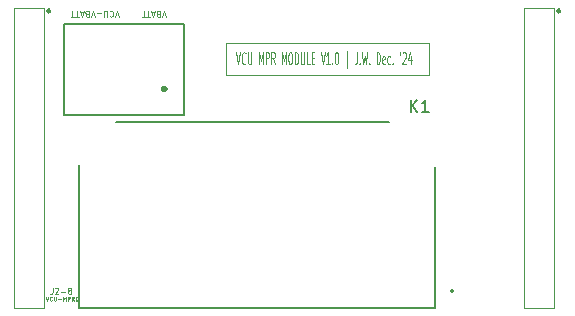
<source format=gbr>
%TF.GenerationSoftware,KiCad,Pcbnew,8.0.7*%
%TF.CreationDate,2025-01-14T16:42:56-05:00*%
%TF.ProjectId,VCU MPR,56435520-4d50-4522-9e6b-696361645f70,rev?*%
%TF.SameCoordinates,Original*%
%TF.FileFunction,Legend,Top*%
%TF.FilePolarity,Positive*%
%FSLAX46Y46*%
G04 Gerber Fmt 4.6, Leading zero omitted, Abs format (unit mm)*
G04 Created by KiCad (PCBNEW 8.0.7) date 2025-01-14 16:42:56*
%MOMM*%
%LPD*%
G01*
G04 APERTURE LIST*
%ADD10C,0.100000*%
%ADD11C,0.062500*%
%ADD12C,0.150000*%
%ADD13C,0.076200*%
%ADD14C,0.254000*%
%ADD15C,0.127000*%
%ADD16C,0.200000*%
%ADD17C,0.400000*%
G04 APERTURE END LIST*
D10*
X87771114Y-50266390D02*
X87604448Y-49766390D01*
X87604448Y-49766390D02*
X87437781Y-50266390D01*
X87104448Y-50028295D02*
X87033020Y-50004485D01*
X87033020Y-50004485D02*
X87009210Y-49980676D01*
X87009210Y-49980676D02*
X86985401Y-49933057D01*
X86985401Y-49933057D02*
X86985401Y-49861628D01*
X86985401Y-49861628D02*
X87009210Y-49814009D01*
X87009210Y-49814009D02*
X87033020Y-49790200D01*
X87033020Y-49790200D02*
X87080639Y-49766390D01*
X87080639Y-49766390D02*
X87271115Y-49766390D01*
X87271115Y-49766390D02*
X87271115Y-50266390D01*
X87271115Y-50266390D02*
X87104448Y-50266390D01*
X87104448Y-50266390D02*
X87056829Y-50242580D01*
X87056829Y-50242580D02*
X87033020Y-50218771D01*
X87033020Y-50218771D02*
X87009210Y-50171152D01*
X87009210Y-50171152D02*
X87009210Y-50123533D01*
X87009210Y-50123533D02*
X87033020Y-50075914D01*
X87033020Y-50075914D02*
X87056829Y-50052104D01*
X87056829Y-50052104D02*
X87104448Y-50028295D01*
X87104448Y-50028295D02*
X87271115Y-50028295D01*
X86794924Y-49909247D02*
X86556829Y-49909247D01*
X86842543Y-49766390D02*
X86675877Y-50266390D01*
X86675877Y-50266390D02*
X86509210Y-49766390D01*
X86413972Y-50266390D02*
X86128258Y-50266390D01*
X86271115Y-49766390D02*
X86271115Y-50266390D01*
X86033020Y-50266390D02*
X85747306Y-50266390D01*
X85890163Y-49766390D02*
X85890163Y-50266390D01*
X83806829Y-50266390D02*
X83640163Y-49766390D01*
X83640163Y-49766390D02*
X83473496Y-50266390D01*
X83021116Y-49814009D02*
X83044925Y-49790200D01*
X83044925Y-49790200D02*
X83116354Y-49766390D01*
X83116354Y-49766390D02*
X83163973Y-49766390D01*
X83163973Y-49766390D02*
X83235401Y-49790200D01*
X83235401Y-49790200D02*
X83283020Y-49837819D01*
X83283020Y-49837819D02*
X83306830Y-49885438D01*
X83306830Y-49885438D02*
X83330639Y-49980676D01*
X83330639Y-49980676D02*
X83330639Y-50052104D01*
X83330639Y-50052104D02*
X83306830Y-50147342D01*
X83306830Y-50147342D02*
X83283020Y-50194961D01*
X83283020Y-50194961D02*
X83235401Y-50242580D01*
X83235401Y-50242580D02*
X83163973Y-50266390D01*
X83163973Y-50266390D02*
X83116354Y-50266390D01*
X83116354Y-50266390D02*
X83044925Y-50242580D01*
X83044925Y-50242580D02*
X83021116Y-50218771D01*
X82806830Y-50266390D02*
X82806830Y-49861628D01*
X82806830Y-49861628D02*
X82783020Y-49814009D01*
X82783020Y-49814009D02*
X82759211Y-49790200D01*
X82759211Y-49790200D02*
X82711592Y-49766390D01*
X82711592Y-49766390D02*
X82616354Y-49766390D01*
X82616354Y-49766390D02*
X82568735Y-49790200D01*
X82568735Y-49790200D02*
X82544925Y-49814009D01*
X82544925Y-49814009D02*
X82521116Y-49861628D01*
X82521116Y-49861628D02*
X82521116Y-50266390D01*
X82283020Y-49956866D02*
X81902068Y-49956866D01*
X81735400Y-50266390D02*
X81568734Y-49766390D01*
X81568734Y-49766390D02*
X81402067Y-50266390D01*
X81068734Y-50028295D02*
X80997306Y-50004485D01*
X80997306Y-50004485D02*
X80973496Y-49980676D01*
X80973496Y-49980676D02*
X80949687Y-49933057D01*
X80949687Y-49933057D02*
X80949687Y-49861628D01*
X80949687Y-49861628D02*
X80973496Y-49814009D01*
X80973496Y-49814009D02*
X80997306Y-49790200D01*
X80997306Y-49790200D02*
X81044925Y-49766390D01*
X81044925Y-49766390D02*
X81235401Y-49766390D01*
X81235401Y-49766390D02*
X81235401Y-50266390D01*
X81235401Y-50266390D02*
X81068734Y-50266390D01*
X81068734Y-50266390D02*
X81021115Y-50242580D01*
X81021115Y-50242580D02*
X80997306Y-50218771D01*
X80997306Y-50218771D02*
X80973496Y-50171152D01*
X80973496Y-50171152D02*
X80973496Y-50123533D01*
X80973496Y-50123533D02*
X80997306Y-50075914D01*
X80997306Y-50075914D02*
X81021115Y-50052104D01*
X81021115Y-50052104D02*
X81068734Y-50028295D01*
X81068734Y-50028295D02*
X81235401Y-50028295D01*
X80759210Y-49909247D02*
X80521115Y-49909247D01*
X80806829Y-49766390D02*
X80640163Y-50266390D01*
X80640163Y-50266390D02*
X80473496Y-49766390D01*
X80378258Y-50266390D02*
X80092544Y-50266390D01*
X80235401Y-49766390D02*
X80235401Y-50266390D01*
X79997306Y-50266390D02*
X79711592Y-50266390D01*
X79854449Y-49766390D02*
X79854449Y-50266390D01*
X78177693Y-73228637D02*
X78177693Y-73585780D01*
X78177693Y-73585780D02*
X78153884Y-73657208D01*
X78153884Y-73657208D02*
X78106265Y-73704828D01*
X78106265Y-73704828D02*
X78034836Y-73728637D01*
X78034836Y-73728637D02*
X77987217Y-73728637D01*
X78391979Y-73276256D02*
X78415788Y-73252447D01*
X78415788Y-73252447D02*
X78463407Y-73228637D01*
X78463407Y-73228637D02*
X78582455Y-73228637D01*
X78582455Y-73228637D02*
X78630074Y-73252447D01*
X78630074Y-73252447D02*
X78653883Y-73276256D01*
X78653883Y-73276256D02*
X78677693Y-73323875D01*
X78677693Y-73323875D02*
X78677693Y-73371494D01*
X78677693Y-73371494D02*
X78653883Y-73442923D01*
X78653883Y-73442923D02*
X78368169Y-73728637D01*
X78368169Y-73728637D02*
X78677693Y-73728637D01*
X78891978Y-73538161D02*
X79272931Y-73538161D01*
X79582455Y-73442923D02*
X79534836Y-73419113D01*
X79534836Y-73419113D02*
X79511026Y-73395304D01*
X79511026Y-73395304D02*
X79487217Y-73347685D01*
X79487217Y-73347685D02*
X79487217Y-73323875D01*
X79487217Y-73323875D02*
X79511026Y-73276256D01*
X79511026Y-73276256D02*
X79534836Y-73252447D01*
X79534836Y-73252447D02*
X79582455Y-73228637D01*
X79582455Y-73228637D02*
X79677693Y-73228637D01*
X79677693Y-73228637D02*
X79725312Y-73252447D01*
X79725312Y-73252447D02*
X79749121Y-73276256D01*
X79749121Y-73276256D02*
X79772931Y-73323875D01*
X79772931Y-73323875D02*
X79772931Y-73347685D01*
X79772931Y-73347685D02*
X79749121Y-73395304D01*
X79749121Y-73395304D02*
X79725312Y-73419113D01*
X79725312Y-73419113D02*
X79677693Y-73442923D01*
X79677693Y-73442923D02*
X79582455Y-73442923D01*
X79582455Y-73442923D02*
X79534836Y-73466732D01*
X79534836Y-73466732D02*
X79511026Y-73490542D01*
X79511026Y-73490542D02*
X79487217Y-73538161D01*
X79487217Y-73538161D02*
X79487217Y-73633399D01*
X79487217Y-73633399D02*
X79511026Y-73681018D01*
X79511026Y-73681018D02*
X79534836Y-73704828D01*
X79534836Y-73704828D02*
X79582455Y-73728637D01*
X79582455Y-73728637D02*
X79677693Y-73728637D01*
X79677693Y-73728637D02*
X79725312Y-73704828D01*
X79725312Y-73704828D02*
X79749121Y-73681018D01*
X79749121Y-73681018D02*
X79772931Y-73633399D01*
X79772931Y-73633399D02*
X79772931Y-73538161D01*
X79772931Y-73538161D02*
X79749121Y-73490542D01*
X79749121Y-73490542D02*
X79725312Y-73466732D01*
X79725312Y-73466732D02*
X79677693Y-73442923D01*
D11*
X77603498Y-73955140D02*
X77716832Y-74295140D01*
X77716832Y-74295140D02*
X77830165Y-73955140D01*
X78137785Y-74262759D02*
X78121594Y-74278950D01*
X78121594Y-74278950D02*
X78073023Y-74295140D01*
X78073023Y-74295140D02*
X78040642Y-74295140D01*
X78040642Y-74295140D02*
X77992070Y-74278950D01*
X77992070Y-74278950D02*
X77959689Y-74246569D01*
X77959689Y-74246569D02*
X77943499Y-74214188D01*
X77943499Y-74214188D02*
X77927308Y-74149426D01*
X77927308Y-74149426D02*
X77927308Y-74100854D01*
X77927308Y-74100854D02*
X77943499Y-74036092D01*
X77943499Y-74036092D02*
X77959689Y-74003711D01*
X77959689Y-74003711D02*
X77992070Y-73971330D01*
X77992070Y-73971330D02*
X78040642Y-73955140D01*
X78040642Y-73955140D02*
X78073023Y-73955140D01*
X78073023Y-73955140D02*
X78121594Y-73971330D01*
X78121594Y-73971330D02*
X78137785Y-73987521D01*
X78283499Y-73955140D02*
X78283499Y-74230378D01*
X78283499Y-74230378D02*
X78299689Y-74262759D01*
X78299689Y-74262759D02*
X78315880Y-74278950D01*
X78315880Y-74278950D02*
X78348261Y-74295140D01*
X78348261Y-74295140D02*
X78413023Y-74295140D01*
X78413023Y-74295140D02*
X78445404Y-74278950D01*
X78445404Y-74278950D02*
X78461594Y-74262759D01*
X78461594Y-74262759D02*
X78477785Y-74230378D01*
X78477785Y-74230378D02*
X78477785Y-73955140D01*
X78639689Y-74165616D02*
X78898737Y-74165616D01*
X79060641Y-74295140D02*
X79060641Y-73955140D01*
X79060641Y-73955140D02*
X79173974Y-74197997D01*
X79173974Y-74197997D02*
X79287308Y-73955140D01*
X79287308Y-73955140D02*
X79287308Y-74295140D01*
X79449212Y-74295140D02*
X79449212Y-73955140D01*
X79449212Y-73955140D02*
X79578736Y-73955140D01*
X79578736Y-73955140D02*
X79611117Y-73971330D01*
X79611117Y-73971330D02*
X79627307Y-73987521D01*
X79627307Y-73987521D02*
X79643498Y-74019902D01*
X79643498Y-74019902D02*
X79643498Y-74068473D01*
X79643498Y-74068473D02*
X79627307Y-74100854D01*
X79627307Y-74100854D02*
X79611117Y-74117045D01*
X79611117Y-74117045D02*
X79578736Y-74133235D01*
X79578736Y-74133235D02*
X79449212Y-74133235D01*
X79983498Y-74295140D02*
X79870164Y-74133235D01*
X79789212Y-74295140D02*
X79789212Y-73955140D01*
X79789212Y-73955140D02*
X79918736Y-73955140D01*
X79918736Y-73955140D02*
X79951117Y-73971330D01*
X79951117Y-73971330D02*
X79967307Y-73987521D01*
X79967307Y-73987521D02*
X79983498Y-74019902D01*
X79983498Y-74019902D02*
X79983498Y-74068473D01*
X79983498Y-74068473D02*
X79967307Y-74100854D01*
X79967307Y-74100854D02*
X79951117Y-74117045D01*
X79951117Y-74117045D02*
X79918736Y-74133235D01*
X79918736Y-74133235D02*
X79789212Y-74133235D01*
X80129212Y-74295140D02*
X80129212Y-73955140D01*
X80129212Y-73955140D02*
X80210164Y-73955140D01*
X80210164Y-73955140D02*
X80258736Y-73971330D01*
X80258736Y-73971330D02*
X80291117Y-74003711D01*
X80291117Y-74003711D02*
X80307307Y-74036092D01*
X80307307Y-74036092D02*
X80323498Y-74100854D01*
X80323498Y-74100854D02*
X80323498Y-74149426D01*
X80323498Y-74149426D02*
X80307307Y-74214188D01*
X80307307Y-74214188D02*
X80291117Y-74246569D01*
X80291117Y-74246569D02*
X80258736Y-74278950D01*
X80258736Y-74278950D02*
X80210164Y-74295140D01*
X80210164Y-74295140D02*
X80129212Y-74295140D01*
D10*
X93738408Y-53277419D02*
X93905074Y-54277419D01*
X93905074Y-54277419D02*
X94071741Y-53277419D01*
X94524121Y-54182180D02*
X94500312Y-54229800D01*
X94500312Y-54229800D02*
X94428883Y-54277419D01*
X94428883Y-54277419D02*
X94381264Y-54277419D01*
X94381264Y-54277419D02*
X94309836Y-54229800D01*
X94309836Y-54229800D02*
X94262217Y-54134561D01*
X94262217Y-54134561D02*
X94238407Y-54039323D01*
X94238407Y-54039323D02*
X94214598Y-53848847D01*
X94214598Y-53848847D02*
X94214598Y-53705990D01*
X94214598Y-53705990D02*
X94238407Y-53515514D01*
X94238407Y-53515514D02*
X94262217Y-53420276D01*
X94262217Y-53420276D02*
X94309836Y-53325038D01*
X94309836Y-53325038D02*
X94381264Y-53277419D01*
X94381264Y-53277419D02*
X94428883Y-53277419D01*
X94428883Y-53277419D02*
X94500312Y-53325038D01*
X94500312Y-53325038D02*
X94524121Y-53372657D01*
X94738407Y-53277419D02*
X94738407Y-54086942D01*
X94738407Y-54086942D02*
X94762217Y-54182180D01*
X94762217Y-54182180D02*
X94786026Y-54229800D01*
X94786026Y-54229800D02*
X94833645Y-54277419D01*
X94833645Y-54277419D02*
X94928883Y-54277419D01*
X94928883Y-54277419D02*
X94976502Y-54229800D01*
X94976502Y-54229800D02*
X95000312Y-54182180D01*
X95000312Y-54182180D02*
X95024121Y-54086942D01*
X95024121Y-54086942D02*
X95024121Y-53277419D01*
X95643169Y-54277419D02*
X95643169Y-53277419D01*
X95643169Y-53277419D02*
X95809836Y-53991704D01*
X95809836Y-53991704D02*
X95976502Y-53277419D01*
X95976502Y-53277419D02*
X95976502Y-54277419D01*
X96214598Y-54277419D02*
X96214598Y-53277419D01*
X96214598Y-53277419D02*
X96405074Y-53277419D01*
X96405074Y-53277419D02*
X96452693Y-53325038D01*
X96452693Y-53325038D02*
X96476503Y-53372657D01*
X96476503Y-53372657D02*
X96500312Y-53467895D01*
X96500312Y-53467895D02*
X96500312Y-53610752D01*
X96500312Y-53610752D02*
X96476503Y-53705990D01*
X96476503Y-53705990D02*
X96452693Y-53753609D01*
X96452693Y-53753609D02*
X96405074Y-53801228D01*
X96405074Y-53801228D02*
X96214598Y-53801228D01*
X97000312Y-54277419D02*
X96833646Y-53801228D01*
X96714598Y-54277419D02*
X96714598Y-53277419D01*
X96714598Y-53277419D02*
X96905074Y-53277419D01*
X96905074Y-53277419D02*
X96952693Y-53325038D01*
X96952693Y-53325038D02*
X96976503Y-53372657D01*
X96976503Y-53372657D02*
X97000312Y-53467895D01*
X97000312Y-53467895D02*
X97000312Y-53610752D01*
X97000312Y-53610752D02*
X96976503Y-53705990D01*
X96976503Y-53705990D02*
X96952693Y-53753609D01*
X96952693Y-53753609D02*
X96905074Y-53801228D01*
X96905074Y-53801228D02*
X96714598Y-53801228D01*
X97595550Y-54277419D02*
X97595550Y-53277419D01*
X97595550Y-53277419D02*
X97762217Y-53991704D01*
X97762217Y-53991704D02*
X97928883Y-53277419D01*
X97928883Y-53277419D02*
X97928883Y-54277419D01*
X98262217Y-53277419D02*
X98357455Y-53277419D01*
X98357455Y-53277419D02*
X98405074Y-53325038D01*
X98405074Y-53325038D02*
X98452693Y-53420276D01*
X98452693Y-53420276D02*
X98476503Y-53610752D01*
X98476503Y-53610752D02*
X98476503Y-53944085D01*
X98476503Y-53944085D02*
X98452693Y-54134561D01*
X98452693Y-54134561D02*
X98405074Y-54229800D01*
X98405074Y-54229800D02*
X98357455Y-54277419D01*
X98357455Y-54277419D02*
X98262217Y-54277419D01*
X98262217Y-54277419D02*
X98214598Y-54229800D01*
X98214598Y-54229800D02*
X98166979Y-54134561D01*
X98166979Y-54134561D02*
X98143170Y-53944085D01*
X98143170Y-53944085D02*
X98143170Y-53610752D01*
X98143170Y-53610752D02*
X98166979Y-53420276D01*
X98166979Y-53420276D02*
X98214598Y-53325038D01*
X98214598Y-53325038D02*
X98262217Y-53277419D01*
X98690789Y-54277419D02*
X98690789Y-53277419D01*
X98690789Y-53277419D02*
X98809837Y-53277419D01*
X98809837Y-53277419D02*
X98881265Y-53325038D01*
X98881265Y-53325038D02*
X98928884Y-53420276D01*
X98928884Y-53420276D02*
X98952694Y-53515514D01*
X98952694Y-53515514D02*
X98976503Y-53705990D01*
X98976503Y-53705990D02*
X98976503Y-53848847D01*
X98976503Y-53848847D02*
X98952694Y-54039323D01*
X98952694Y-54039323D02*
X98928884Y-54134561D01*
X98928884Y-54134561D02*
X98881265Y-54229800D01*
X98881265Y-54229800D02*
X98809837Y-54277419D01*
X98809837Y-54277419D02*
X98690789Y-54277419D01*
X99190789Y-53277419D02*
X99190789Y-54086942D01*
X99190789Y-54086942D02*
X99214599Y-54182180D01*
X99214599Y-54182180D02*
X99238408Y-54229800D01*
X99238408Y-54229800D02*
X99286027Y-54277419D01*
X99286027Y-54277419D02*
X99381265Y-54277419D01*
X99381265Y-54277419D02*
X99428884Y-54229800D01*
X99428884Y-54229800D02*
X99452694Y-54182180D01*
X99452694Y-54182180D02*
X99476503Y-54086942D01*
X99476503Y-54086942D02*
X99476503Y-53277419D01*
X99952694Y-54277419D02*
X99714599Y-54277419D01*
X99714599Y-54277419D02*
X99714599Y-53277419D01*
X100119361Y-53753609D02*
X100286028Y-53753609D01*
X100357456Y-54277419D02*
X100119361Y-54277419D01*
X100119361Y-54277419D02*
X100119361Y-53277419D01*
X100119361Y-53277419D02*
X100357456Y-53277419D01*
X100881266Y-53277419D02*
X101047932Y-54277419D01*
X101047932Y-54277419D02*
X101214599Y-53277419D01*
X101643170Y-54277419D02*
X101357456Y-54277419D01*
X101500313Y-54277419D02*
X101500313Y-53277419D01*
X101500313Y-53277419D02*
X101452694Y-53420276D01*
X101452694Y-53420276D02*
X101405075Y-53515514D01*
X101405075Y-53515514D02*
X101357456Y-53563133D01*
X101857455Y-54182180D02*
X101881265Y-54229800D01*
X101881265Y-54229800D02*
X101857455Y-54277419D01*
X101857455Y-54277419D02*
X101833646Y-54229800D01*
X101833646Y-54229800D02*
X101857455Y-54182180D01*
X101857455Y-54182180D02*
X101857455Y-54277419D01*
X102190788Y-53277419D02*
X102238407Y-53277419D01*
X102238407Y-53277419D02*
X102286026Y-53325038D01*
X102286026Y-53325038D02*
X102309836Y-53372657D01*
X102309836Y-53372657D02*
X102333645Y-53467895D01*
X102333645Y-53467895D02*
X102357455Y-53658371D01*
X102357455Y-53658371D02*
X102357455Y-53896466D01*
X102357455Y-53896466D02*
X102333645Y-54086942D01*
X102333645Y-54086942D02*
X102309836Y-54182180D01*
X102309836Y-54182180D02*
X102286026Y-54229800D01*
X102286026Y-54229800D02*
X102238407Y-54277419D01*
X102238407Y-54277419D02*
X102190788Y-54277419D01*
X102190788Y-54277419D02*
X102143169Y-54229800D01*
X102143169Y-54229800D02*
X102119360Y-54182180D01*
X102119360Y-54182180D02*
X102095550Y-54086942D01*
X102095550Y-54086942D02*
X102071741Y-53896466D01*
X102071741Y-53896466D02*
X102071741Y-53658371D01*
X102071741Y-53658371D02*
X102095550Y-53467895D01*
X102095550Y-53467895D02*
X102119360Y-53372657D01*
X102119360Y-53372657D02*
X102143169Y-53325038D01*
X102143169Y-53325038D02*
X102190788Y-53277419D01*
X103071740Y-54610752D02*
X103071740Y-53182180D01*
X103952691Y-53277419D02*
X103952691Y-53991704D01*
X103952691Y-53991704D02*
X103928882Y-54134561D01*
X103928882Y-54134561D02*
X103881263Y-54229800D01*
X103881263Y-54229800D02*
X103809834Y-54277419D01*
X103809834Y-54277419D02*
X103762215Y-54277419D01*
X104190786Y-54182180D02*
X104214596Y-54229800D01*
X104214596Y-54229800D02*
X104190786Y-54277419D01*
X104190786Y-54277419D02*
X104166977Y-54229800D01*
X104166977Y-54229800D02*
X104190786Y-54182180D01*
X104190786Y-54182180D02*
X104190786Y-54277419D01*
X104381262Y-53277419D02*
X104500310Y-54277419D01*
X104500310Y-54277419D02*
X104595548Y-53563133D01*
X104595548Y-53563133D02*
X104690786Y-54277419D01*
X104690786Y-54277419D02*
X104809834Y-53277419D01*
X105000310Y-54182180D02*
X105024120Y-54229800D01*
X105024120Y-54229800D02*
X105000310Y-54277419D01*
X105000310Y-54277419D02*
X104976501Y-54229800D01*
X104976501Y-54229800D02*
X105000310Y-54182180D01*
X105000310Y-54182180D02*
X105000310Y-54277419D01*
X105619357Y-54277419D02*
X105619357Y-53277419D01*
X105619357Y-53277419D02*
X105738405Y-53277419D01*
X105738405Y-53277419D02*
X105809833Y-53325038D01*
X105809833Y-53325038D02*
X105857452Y-53420276D01*
X105857452Y-53420276D02*
X105881262Y-53515514D01*
X105881262Y-53515514D02*
X105905071Y-53705990D01*
X105905071Y-53705990D02*
X105905071Y-53848847D01*
X105905071Y-53848847D02*
X105881262Y-54039323D01*
X105881262Y-54039323D02*
X105857452Y-54134561D01*
X105857452Y-54134561D02*
X105809833Y-54229800D01*
X105809833Y-54229800D02*
X105738405Y-54277419D01*
X105738405Y-54277419D02*
X105619357Y-54277419D01*
X106309833Y-54229800D02*
X106262214Y-54277419D01*
X106262214Y-54277419D02*
X106166976Y-54277419D01*
X106166976Y-54277419D02*
X106119357Y-54229800D01*
X106119357Y-54229800D02*
X106095548Y-54134561D01*
X106095548Y-54134561D02*
X106095548Y-53753609D01*
X106095548Y-53753609D02*
X106119357Y-53658371D01*
X106119357Y-53658371D02*
X106166976Y-53610752D01*
X106166976Y-53610752D02*
X106262214Y-53610752D01*
X106262214Y-53610752D02*
X106309833Y-53658371D01*
X106309833Y-53658371D02*
X106333643Y-53753609D01*
X106333643Y-53753609D02*
X106333643Y-53848847D01*
X106333643Y-53848847D02*
X106095548Y-53944085D01*
X106762214Y-54229800D02*
X106714595Y-54277419D01*
X106714595Y-54277419D02*
X106619357Y-54277419D01*
X106619357Y-54277419D02*
X106571738Y-54229800D01*
X106571738Y-54229800D02*
X106547928Y-54182180D01*
X106547928Y-54182180D02*
X106524119Y-54086942D01*
X106524119Y-54086942D02*
X106524119Y-53801228D01*
X106524119Y-53801228D02*
X106547928Y-53705990D01*
X106547928Y-53705990D02*
X106571738Y-53658371D01*
X106571738Y-53658371D02*
X106619357Y-53610752D01*
X106619357Y-53610752D02*
X106714595Y-53610752D01*
X106714595Y-53610752D02*
X106762214Y-53658371D01*
X106976499Y-54182180D02*
X107000309Y-54229800D01*
X107000309Y-54229800D02*
X106976499Y-54277419D01*
X106976499Y-54277419D02*
X106952690Y-54229800D01*
X106952690Y-54229800D02*
X106976499Y-54182180D01*
X106976499Y-54182180D02*
X106976499Y-54277419D01*
X107619356Y-53277419D02*
X107571737Y-53467895D01*
X107809832Y-53372657D02*
X107833641Y-53325038D01*
X107833641Y-53325038D02*
X107881260Y-53277419D01*
X107881260Y-53277419D02*
X108000308Y-53277419D01*
X108000308Y-53277419D02*
X108047927Y-53325038D01*
X108047927Y-53325038D02*
X108071736Y-53372657D01*
X108071736Y-53372657D02*
X108095546Y-53467895D01*
X108095546Y-53467895D02*
X108095546Y-53563133D01*
X108095546Y-53563133D02*
X108071736Y-53705990D01*
X108071736Y-53705990D02*
X107786022Y-54277419D01*
X107786022Y-54277419D02*
X108095546Y-54277419D01*
X108524117Y-53610752D02*
X108524117Y-54277419D01*
X108405069Y-53229800D02*
X108286022Y-53944085D01*
X108286022Y-53944085D02*
X108595545Y-53944085D01*
X92875000Y-52485000D02*
X110095000Y-52485000D01*
X110095000Y-55165000D01*
X92875000Y-55165000D01*
X92875000Y-52485000D01*
D12*
X108491905Y-58324819D02*
X108491905Y-57324819D01*
X109063333Y-58324819D02*
X108634762Y-57753390D01*
X109063333Y-57324819D02*
X108491905Y-57896247D01*
X110015714Y-58324819D02*
X109444286Y-58324819D01*
X109730000Y-58324819D02*
X109730000Y-57324819D01*
X109730000Y-57324819D02*
X109634762Y-57467676D01*
X109634762Y-57467676D02*
X109539524Y-57562914D01*
X109539524Y-57562914D02*
X109444286Y-57610533D01*
D13*
%TO.C,J2*%
X74930000Y-74930000D02*
X74930000Y-49530000D01*
X77470000Y-49530000D02*
X74930000Y-49530000D01*
X77470000Y-49530000D02*
X77470000Y-74930000D01*
X77470000Y-74930000D02*
X74930000Y-74930000D01*
D14*
X77978000Y-49784000D02*
G75*
G02*
X77724000Y-49784000I-127000J0D01*
G01*
X77724000Y-49784000D02*
G75*
G02*
X77978000Y-49784000I127000J0D01*
G01*
D13*
X118110000Y-74930000D02*
X118110000Y-49530000D01*
X120650000Y-49530000D02*
X118110000Y-49530000D01*
X120650000Y-49530000D02*
X120650000Y-74930000D01*
X120650000Y-74930000D02*
X118110000Y-74930000D01*
D14*
X121158000Y-49784000D02*
G75*
G02*
X120904000Y-49784000I-127000J0D01*
G01*
X120904000Y-49784000D02*
G75*
G02*
X121158000Y-49784000I127000J0D01*
G01*
D15*
%TO.C,K1*%
X80450000Y-74900000D02*
X80450000Y-62800000D01*
X83550000Y-59200000D02*
X106650000Y-59200000D01*
X110550000Y-74900000D02*
X80450000Y-74900000D01*
X110550000Y-74900000D02*
X110550000Y-62950000D01*
D16*
X112100000Y-73500000D02*
G75*
G02*
X111900000Y-73500000I-100000J0D01*
G01*
X111900000Y-73500000D02*
G75*
G02*
X112100000Y-73500000I100000J0D01*
G01*
%TO.C,J1*%
X79125000Y-50875000D02*
X89325000Y-50875000D01*
X79125000Y-58575000D02*
X79125000Y-50875000D01*
X89325000Y-50875000D02*
X89325000Y-58575000D01*
X89325000Y-58575000D02*
X79125000Y-58575000D01*
D17*
X87725000Y-56375000D02*
G75*
G02*
X87525000Y-56375000I-100000J0D01*
G01*
X87525000Y-56375000D02*
G75*
G02*
X87725000Y-56375000I100000J0D01*
G01*
%TD*%
M02*

</source>
